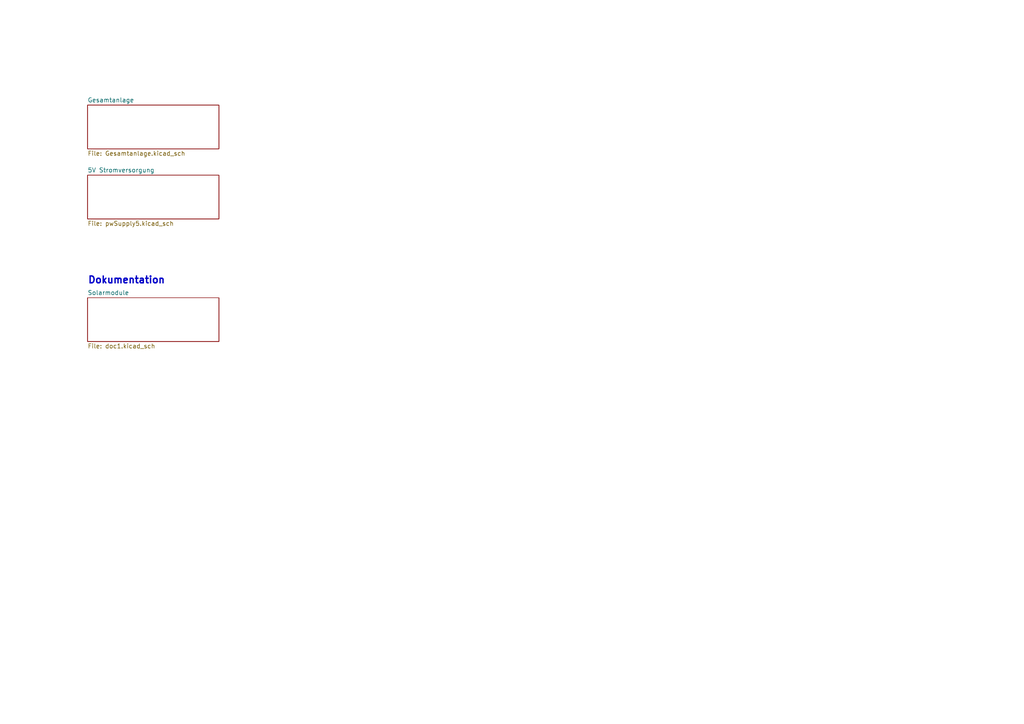
<source format=kicad_sch>
(kicad_sch (version 20211123) (generator eeschema)

  (uuid 3df9bc04-15ae-4584-9deb-0b3953389171)

  (paper "A4")

  (lib_symbols
  )


  (text "Dokumentation" (at 25.4 82.55 0)
    (effects (font (size 2 2) (thickness 0.4) bold) (justify left bottom))
    (uuid 0e78702b-85b6-4e94-aff2-723b4ca74f4d)
  )

  (sheet (at 25.4 50.8) (size 38.1 12.7) (fields_autoplaced)
    (stroke (width 0.1524) (type solid) (color 0 0 0 0))
    (fill (color 0 0 0 0.0000))
    (uuid 00de15c1-7851-4a2c-8d56-e8e879166b38)
    (property "Sheet name" "5V Stromversorgung" (id 0) (at 25.4 50.0884 0)
      (effects (font (size 1.27 1.27)) (justify left bottom))
    )
    (property "Sheet file" "pwSupply5.kicad_sch" (id 1) (at 25.4 64.0846 0)
      (effects (font (size 1.27 1.27)) (justify left top))
    )
  )

  (sheet (at 25.4 86.36) (size 38.1 12.7) (fields_autoplaced)
    (stroke (width 0.1524) (type solid) (color 0 0 0 0))
    (fill (color 0 0 0 0.0000))
    (uuid 9aa18fc7-a728-4e5b-a34c-9c2109c71666)
    (property "Sheet name" "Solarmodule" (id 0) (at 25.4 85.6484 0)
      (effects (font (size 1.27 1.27)) (justify left bottom))
    )
    (property "Sheet file" "doc1.kicad_sch" (id 1) (at 25.4 99.6446 0)
      (effects (font (size 1.27 1.27)) (justify left top))
    )
  )

  (sheet (at 25.4 30.48) (size 38.1 12.7) (fields_autoplaced)
    (stroke (width 0.1524) (type solid) (color 0 0 0 0))
    (fill (color 0 0 0 0.0000))
    (uuid f739ce40-0704-44b7-80b0-e30e642b6d39)
    (property "Sheet name" "Gesamtanlage" (id 0) (at 25.4 29.7684 0)
      (effects (font (size 1.27 1.27)) (justify left bottom))
    )
    (property "Sheet file" "Gesamtanlage.kicad_sch" (id 1) (at 25.4 43.7646 0)
      (effects (font (size 1.27 1.27)) (justify left top))
    )
  )

  (sheet_instances
    (path "/" (page "1"))
    (path "/f739ce40-0704-44b7-80b0-e30e642b6d39" (page "2"))
    (path "/00de15c1-7851-4a2c-8d56-e8e879166b38" (page "3"))
    (path "/9aa18fc7-a728-4e5b-a34c-9c2109c71666" (page "4"))
  )

  (symbol_instances
    (path "/f739ce40-0704-44b7-80b0-e30e642b6d39/6b9ac0c4-9202-4e6f-9e4c-a30517b08db1"
      (reference "BT?") (unit 1) (value "120Ah") (footprint "")
    )
    (path "/00de15c1-7851-4a2c-8d56-e8e879166b38/f686c1a3-e9bd-4054-b99d-9935c4ebbaf2"
      (reference "C1") (unit 1) (value "1m") (footprint "")
    )
    (path "/00de15c1-7851-4a2c-8d56-e8e879166b38/c739e260-a0f2-418e-91b4-35e647265115"
      (reference "C2") (unit 1) (value "220n") (footprint "")
    )
    (path "/00de15c1-7851-4a2c-8d56-e8e879166b38/a6e8d4b6-eebc-4198-bbe4-1139f76f4be4"
      (reference "C3") (unit 1) (value "100n") (footprint "")
    )
    (path "/00de15c1-7851-4a2c-8d56-e8e879166b38/20228355-201b-441f-b03f-4618bcdc6469"
      (reference "C4") (unit 1) (value "1m") (footprint "")
    )
    (path "/00de15c1-7851-4a2c-8d56-e8e879166b38/25c685d7-bfd1-47fa-b819-0801e83496f5"
      (reference "C5") (unit 1) (value "220n") (footprint "")
    )
    (path "/00de15c1-7851-4a2c-8d56-e8e879166b38/7ca8970b-2d98-4ef4-8c42-bdd46e6dafcc"
      (reference "C6") (unit 1) (value "100n") (footprint "")
    )
    (path "/00de15c1-7851-4a2c-8d56-e8e879166b38/3e0ded88-a679-478f-950c-0a6e0164057d"
      (reference "D1") (unit 1) (value "LED") (footprint "")
    )
    (path "/00de15c1-7851-4a2c-8d56-e8e879166b38/8effc288-a1eb-41b8-847b-6e59106da774"
      (reference "D3") (unit 1) (value "LED") (footprint "")
    )
    (path "/00de15c1-7851-4a2c-8d56-e8e879166b38/f37d2710-cd25-41e3-9424-2f5249428668"
      (reference "D4") (unit 1) (value "LED") (footprint "")
    )
    (path "/00de15c1-7851-4a2c-8d56-e8e879166b38/5d16eaa8-49f0-4502-b1a5-63b1f6d1e36e"
      (reference "D5") (unit 1) (value "LED") (footprint "")
    )
    (path "/f739ce40-0704-44b7-80b0-e30e642b6d39/a589a07d-4bfc-4bd2-837e-0bd062f5b4df"
      (reference "F1") (unit 1) (value "Fuse") (footprint "")
    )
    (path "/f739ce40-0704-44b7-80b0-e30e642b6d39/192487e1-b15b-479c-84f9-16204d17a219"
      (reference "F?") (unit 1) (value "Fuse") (footprint "")
    )
    (path "/f739ce40-0704-44b7-80b0-e30e642b6d39/374dccb2-7732-4480-a5d5-0762ae5a01d8"
      (reference "F?") (unit 1) (value "Fuse") (footprint "")
    )
    (path "/f739ce40-0704-44b7-80b0-e30e642b6d39/65016f96-1a50-4f04-a6ba-d876a7a3e57a"
      (reference "F?") (unit 1) (value "B25A") (footprint "")
    )
    (path "/f739ce40-0704-44b7-80b0-e30e642b6d39/902b33c1-29db-44f5-80ef-90a56df6986c"
      (reference "F?") (unit 1) (value "Fuse") (footprint "")
    )
    (path "/f739ce40-0704-44b7-80b0-e30e642b6d39/9b7f63c4-3d9d-4d0c-9078-49eead5d59e4"
      (reference "F?") (unit 1) (value "Fuse") (footprint "")
    )
    (path "/f739ce40-0704-44b7-80b0-e30e642b6d39/a5544995-2f7f-476a-bb5a-bb694af522cb"
      (reference "F?") (unit 1) (value "B25A") (footprint "")
    )
    (path "/f739ce40-0704-44b7-80b0-e30e642b6d39/c688eac3-fae1-4cf9-9989-36bf070a6790"
      (reference "F?") (unit 1) (value "Fuse") (footprint "")
    )
    (path "/f739ce40-0704-44b7-80b0-e30e642b6d39/ca527e56-7189-48aa-81d8-debdf2dcdba6"
      (reference "F?") (unit 1) (value "C1,6A") (footprint "")
    )
    (path "/f739ce40-0704-44b7-80b0-e30e642b6d39/6319a452-f14f-4911-a19a-2a46b02bb6e7"
      (reference "J1") (unit 1) (value "Conn_02x01_Row_Letter_First") (footprint "")
    )
    (path "/00de15c1-7851-4a2c-8d56-e8e879166b38/7854d644-85d6-4c7f-82be-2f39b4d6b3bf"
      (reference "J1") (unit 1) (value "Screw_Terminal_01x02") (footprint "")
    )
    (path "/00de15c1-7851-4a2c-8d56-e8e879166b38/22a7eea0-62e4-4418-947a-6dfdedc658e8"
      (reference "J2") (unit 1) (value "Conn_02x02_Odd_Even") (footprint "")
    )
    (path "/f739ce40-0704-44b7-80b0-e30e642b6d39/29607caa-ea10-40b2-9b68-5262f76ae68c"
      (reference "J2") (unit 1) (value "Conn_02x01_Row_Letter_First") (footprint "")
    )
    (path "/00de15c1-7851-4a2c-8d56-e8e879166b38/33f1505d-6db8-46b7-9f73-821399140f4a"
      (reference "J3") (unit 1) (value "USB_A") (footprint "")
    )
    (path "/f739ce40-0704-44b7-80b0-e30e642b6d39/519f39cd-d033-4ed7-b844-65b1b1088d59"
      (reference "J3") (unit 1) (value "Conn_02x01_Row_Letter_First") (footprint "")
    )
    (path "/00de15c1-7851-4a2c-8d56-e8e879166b38/1d5773e0-9370-4959-88b0-e84c0b246cf7"
      (reference "J4") (unit 1) (value "Conn_02x02_Odd_Even") (footprint "")
    )
    (path "/f739ce40-0704-44b7-80b0-e30e642b6d39/c71aad4e-bed6-4c09-9a72-5fe8b7269abb"
      (reference "J4") (unit 1) (value "Conn_02x01_Row_Letter_First") (footprint "")
    )
    (path "/00de15c1-7851-4a2c-8d56-e8e879166b38/7ddfdad7-42e0-43af-9c5d-72f6e11a6d7c"
      (reference "J5") (unit 1) (value "USB_A") (footprint "")
    )
    (path "/f739ce40-0704-44b7-80b0-e30e642b6d39/a369e844-8b23-4eb5-b051-f294980022dc"
      (reference "J5") (unit 1) (value "Conn_02x01_Row_Letter_First") (footprint "")
    )
    (path "/f739ce40-0704-44b7-80b0-e30e642b6d39/cbfe3466-726e-4e83-9447-0beb71a2778d"
      (reference "J6") (unit 1) (value "Conn_02x01_Row_Letter_First") (footprint "")
    )
    (path "/f739ce40-0704-44b7-80b0-e30e642b6d39/a3445c82-f001-496f-8cdd-7b5640a26894"
      (reference "J7") (unit 1) (value "Screw_Terminal_01x05") (footprint "")
    )
    (path "/f739ce40-0704-44b7-80b0-e30e642b6d39/81073825-95cd-47e7-8ad7-9ba38fd1c7d9"
      (reference "J8") (unit 1) (value "Screw_Terminal_01x05") (footprint "")
    )
    (path "/f739ce40-0704-44b7-80b0-e30e642b6d39/c746b333-0de7-47a4-9614-7e68d20ed89c"
      (reference "J9") (unit 1) (value "Conn_WallSocket_Earth") (footprint "")
    )
    (path "/f739ce40-0704-44b7-80b0-e30e642b6d39/6bcf2059-6879-4d90-8fef-2738e0d6e21f"
      (reference "J10") (unit 1) (value "Screw_Terminal_01x02") (footprint "")
    )
    (path "/f739ce40-0704-44b7-80b0-e30e642b6d39/58f28c0b-fb3f-4fb8-b367-ea82a0ef67ad"
      (reference "J11") (unit 1) (value "Screw_Terminal_01x02") (footprint "")
    )
    (path "/f739ce40-0704-44b7-80b0-e30e642b6d39/7d673e22-c2a0-4b4d-bde7-43ce927eb546"
      (reference "J12") (unit 1) (value "Screw_Terminal_01x02") (footprint "")
    )
    (path "/f739ce40-0704-44b7-80b0-e30e642b6d39/de570e70-d52e-4356-823c-205d4a5d107b"
      (reference "K1") (unit 1) (value "Power_contactor") (footprint "")
    )
    (path "/f739ce40-0704-44b7-80b0-e30e642b6d39/e43960f9-281c-48bf-a41f-543e7c73e9c2"
      (reference "K2") (unit 1) (value "Power_contactor") (footprint "")
    )
    (path "/00de15c1-7851-4a2c-8d56-e8e879166b38/0d8b3360-dd0e-4be9-9f15-091de3839ab5"
      (reference "R1") (unit 1) (value "330") (footprint "")
    )
    (path "/00de15c1-7851-4a2c-8d56-e8e879166b38/c021da31-efed-46f1-bb60-a150606cb850"
      (reference "R2") (unit 1) (value "330") (footprint "")
    )
    (path "/00de15c1-7851-4a2c-8d56-e8e879166b38/15cf41a5-94b8-4f95-a141-56696bebb359"
      (reference "R3") (unit 1) (value "330") (footprint "")
    )
    (path "/00de15c1-7851-4a2c-8d56-e8e879166b38/abb9d9a0-1872-4817-82dc-d990952e8b10"
      (reference "R4") (unit 1) (value "330") (footprint "")
    )
    (path "/f739ce40-0704-44b7-80b0-e30e642b6d39/3d8d4b16-93d2-4e69-9cf1-3d0d5cdbf758"
      (reference "SC1") (unit 1) (value "Solar_Cell") (footprint "")
    )
    (path "/f739ce40-0704-44b7-80b0-e30e642b6d39/f749f9f6-e5c5-4107-a38a-8275164c53ec"
      (reference "SC2") (unit 1) (value "Solar_Cell") (footprint "")
    )
    (path "/f739ce40-0704-44b7-80b0-e30e642b6d39/99bff76b-52b6-4f76-8e4d-020c40e6f8a7"
      (reference "SC3") (unit 1) (value "Solar_Cell") (footprint "")
    )
    (path "/f739ce40-0704-44b7-80b0-e30e642b6d39/33f94ca9-cfa9-4848-a5bf-6762eeb39905"
      (reference "SC4") (unit 1) (value "Solar_Cell") (footprint "")
    )
    (path "/f739ce40-0704-44b7-80b0-e30e642b6d39/1e50809b-2dcc-4c53-bc22-b823b737eb36"
      (reference "SC5") (unit 1) (value "Solar_Cell") (footprint "")
    )
    (path "/f739ce40-0704-44b7-80b0-e30e642b6d39/09008298-1418-4c8b-b98b-d713676d78c6"
      (reference "SC6") (unit 1) (value "Solar_Cell") (footprint "")
    )
    (path "/f739ce40-0704-44b7-80b0-e30e642b6d39/8bce648a-d8d9-4f89-b324-38f50e72efe7"
      (reference "T1") (unit 1) (value "Siungle_Mikroinverter") (footprint "")
    )
    (path "/f739ce40-0704-44b7-80b0-e30e642b6d39/e94fa8e5-d5b0-4040-8d35-18f21360ecfe"
      (reference "T?") (unit 1) (value "SR-ML2440") (footprint "")
    )
    (path "/00de15c1-7851-4a2c-8d56-e8e879166b38/a1248547-1bf5-4ac8-a55b-964b1c442231"
      (reference "U1") (unit 1) (value "L78S05") (footprint "")
    )
    (path "/00de15c1-7851-4a2c-8d56-e8e879166b38/a69009fa-4c3f-43ab-adcb-1e1a8e174393"
      (reference "U2") (unit 1) (value "L78S05") (footprint "")
    )
  )
)

</source>
